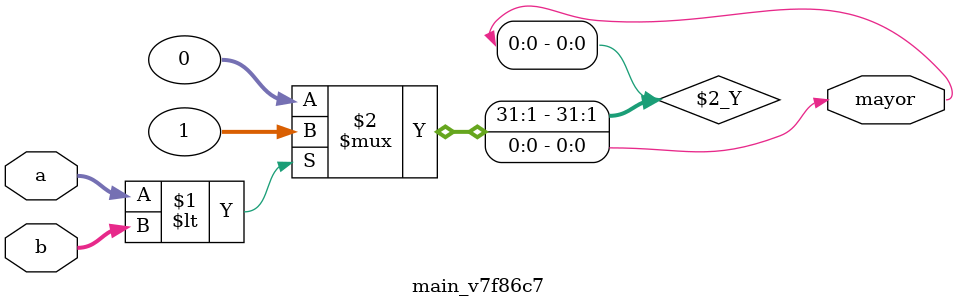
<source format=v>

`default_nettype none

module main #(
 parameter v32e9a6 = 10
) (
 input v1d2392,
 input vclk,
 output v5a1109,
 output [7:0] v14d57c
);
 localparam p3 = v32e9a6;
 wire w0;
 wire w1;
 wire w2;
 wire [0:7] w4;
 wire [0:7] w5;
 wire [0:7] w6;
 wire [0:7] w7;
 wire w8;
 wire [0:7] w9;
 wire [0:7] w10;
 wire w11;
 wire [0:7] w12;
 wire w13;
 wire w14;
 assign w1 = v1d2392;
 assign v5a1109 = w11;
 assign v14d57c = w12;
 assign w13 = vclk;
 assign w14 = vclk;
 assign w6 = w4;
 assign w7 = w5;
 assign w9 = w4;
 assign w9 = w6;
 assign w10 = w5;
 assign w10 = w7;
 assign w12 = w4;
 assign w12 = w6;
 assign w12 = w9;
 assign w14 = w13;
 vd014cb vc2a7eb (
  .vdd729a(w0),
  .v7c533e(w2),
  .vb86fe4(w4)
 );
 ve2b856 vf0396e (
  .v64879c(w0),
  .vd9601b(w1),
  .vbbbce8(w13)
 );
 v725b7e vec807d (
  .v9fb85f(w2)
 );
 v5ad97e #(
  .vc5c8ea(p3)
 ) v1d13a8 (
  .v26dbdb(w5)
 );
 vdd6776 v5bea05 (
  .vd79d4f(w4),
  .vde8111(w5)
 );
 v96b879 v1eecbb (
  .v6b9589(w8),
  .v33d7dd(w9),
  .vbcbf2f(w10)
 );
 main_v7f86c7 v7f86c7 (
  .a(w6),
  .b(w7),
  .mayor(w8)
 );
 v18248a ve8c5af (
  .v701899(w11),
  .vfe5d87(w14)
 );
endmodule

/*-------------------------------------------------*/
/*--   */
/*-- - - - - - - - - - - - - - - - - - - - - - - --*/
/*-- 
/*-------------------------------------------------*/
//---- Top entity
module vd014cb #(
 parameter v5e4a03 = 256
) (
 input vdd729a,
 input ve61673,
 input v7c533e,
 output [7:0] vb86fe4,
 output v712cd1
);
 localparam p1 = v5e4a03;
 wire w0;
 wire w2;
 wire w3;
 wire w4;
 wire [0:7] w5;
 assign w0 = ve61673;
 assign w2 = v7c533e;
 assign w3 = vdd729a;
 assign v712cd1 = w4;
 assign vb86fe4 = w5;
 vd014cb_vbd6086 #(
  .M(p1)
 ) vbd6086 (
  .rst(w0),
  .cnt(w2),
  .clk(w3),
  .ov(w4),
  .q(w5)
 );
endmodule

/*-------------------------------------------------*/
/*-- Contador-8bits-up-rst  */
/*-- - - - - - - - - - - - - - - - - - - - - - - --*/
/*-- Contador módulo M, ascendente, de 8 bits, con reset 
/*-------------------------------------------------*/

module vd014cb_vbd6086 #(
 parameter M = 0
) (
 input clk,
 input rst,
 input cnt,
 output [7:0] q,
 output ov
);
 //-- Numero de bits del contador
 localparam N = 8; 
 
 //-- En contadores de N bits:
 //-- M = 2 ** N
 
 //-- Internamente usamos un bit mas
 //-- (N+1) bits
 reg [N:0] qi = 0;
 
 always @(posedge clk)
   if (rst | ov)
     qi <= 0;
   else
     if (cnt)
       qi <= qi + 1;
       
 assign q = qi;
 
 //-- Comprobar overflow
 assign ov = (qi == M);
     
endmodule
//---- Top entity
module ve2b856 (
 input vbbbce8,
 input vd9601b,
 output v64879c
);
 wire w0;
 wire w1;
 wire w2;
 assign w0 = vd9601b;
 assign v64879c = w1;
 assign w2 = vbbbce8;
 ve2b856_v297cb2 v297cb2 (
  .d(w0),
  .tic(w1),
  .clk(w2)
 );
endmodule

/*-------------------------------------------------*/
/*-- Pulsador-tic  */
/*-- - - - - - - - - - - - - - - - - - - - - - - --*/
/*-- Detección de pulsación. Emite un tic cada vez que se aprieta el pulsador
/*-------------------------------------------------*/

module ve2b856_v297cb2 (
 input clk,
 input d,
 output tic
);
 // Sincronizacion. Evitar 
 // problema de la metaestabilidad
 
 reg d2;
 reg r_in;
 
 always @(posedge clk)
  d2 <= d;
  
 always @(posedge clk)
   r_in <= d2;
 
 
 //-- Debouncer Circuit
 //-- It produces a stable output when the
 //-- input signal is bouncing
 
 reg btn_prev = 0;
 reg btn_out_r = 0;
 
 reg [16:0] counter = 0;
 
 
 always @(posedge clk) begin
 
   //-- If btn_prev and btn_in are differents
   if (btn_prev ^ r_in == 1'b1) begin
     
       //-- Reset the counter
       counter <= 0;
       
       //-- Capture the button status
       btn_prev <= r_in;
   end
     
   //-- If no timeout, increase the counter
   else if (counter[16] == 1'b0)
       counter <= counter + 1;
       
   else
     //-- Set the output to the stable value
     btn_out_r <= btn_prev;
 
 end
 
 //-- Generar tic en flanco de subida del boton
 reg old;
 
 always @(posedge clk)
   old <= btn_out_r;
   
 assign tic = !old & btn_out_r;
 
 
 
 
endmodule
//---- Top entity
module v725b7e (
 output v9fb85f
);
 wire w0;
 assign v9fb85f = w0;
 v725b7e_vb2eccd vb2eccd (
  .q(w0)
 );
endmodule

/*-------------------------------------------------*/
/*-- 1  */
/*-- - - - - - - - - - - - - - - - - - - - - - - --*/
/*-- Un bit constante a 1
/*-------------------------------------------------*/

module v725b7e_vb2eccd (
 output q
);
 //-- Bit constante a 1
 assign q = 1'b1;
 
 
endmodule
//---- Top entity
module v5ad97e #(
 parameter vc5c8ea = 0
) (
 output [7:0] v26dbdb
);
 localparam p0 = vc5c8ea;
 wire [0:7] w1;
 assign v26dbdb = w1;
 v5ad97e_v465065 #(
  .VALUE(p0)
 ) v465065 (
  .k(w1)
 );
endmodule

/*-------------------------------------------------*/
/*-- Constante-8bits  */
/*-- - - - - - - - - - - - - - - - - - - - - - - --*/
/*-- Valor genérico constante, de 8 bits. Su valor se introduce como parámetro. Por defecto vale 0
/*-------------------------------------------------*/

module v5ad97e_v465065 #(
 parameter VALUE = 0
) (
 output [7:0] k
);
 assign k = VALUE;
endmodule
//---- Top entity
module vdd6776 (
 input [7:0] vd79d4f,
 input [7:0] vde8111,
 output ve259b1,
 output [7:0] v626df7
);
 wire [0:7] w0;
 wire [0:7] w1;
 wire w2;
 wire [0:7] w3;
 wire w4;
 assign w0 = vd79d4f;
 assign w1 = vde8111;
 assign v626df7 = w3;
 assign ve259b1 = w4;
 v2e17d8 v1ff3ab (
  .vd79d4f(w0),
  .vde8111(w1),
  .v3582e1(w2),
  .v626df7(w3),
  .ve259b1(w4)
 );
 v21cfcc v4575e8 (
  .v9fb85f(w2)
 );
endmodule

/*-------------------------------------------------*/
/*-- Sumador-8bits  */
/*-- - - - - - - - - - - - - - - - - - - - - - - --*/
/*-- Sumador de 8 bits con acarreo de salida
/*-------------------------------------------------*/
//---- Top entity
module v2e17d8 (
 input [7:0] vd79d4f,
 input [7:0] vde8111,
 input v3582e1,
 output ve259b1,
 output [7:0] v626df7
);
 wire [0:7] w0;
 wire [0:7] w1;
 wire [0:7] w2;
 wire [0:3] w3;
 wire [0:3] w4;
 wire [0:3] w5;
 wire [0:3] w6;
 wire w7;
 wire [0:3] w8;
 wire w9;
 wire w10;
 wire [0:3] w11;
 assign v626df7 = w0;
 assign w1 = vd79d4f;
 assign w2 = vde8111;
 assign w7 = v3582e1;
 assign ve259b1 = w10;
 v4856f5 v4acdd9 (
  .vb226fb(w0),
  .v0064b3(w3),
  .vbb1f02(w8)
 );
 vdeb8ad v141b01 (
  .v3d06d6(w1),
  .va80ecf(w4),
  .vd47139(w11)
 );
 vdeb8ad v8b1fae (
  .v3d06d6(w2),
  .va80ecf(w5),
  .vd47139(w6)
 );
 v1ceeb3 v91f882 (
  .v504ed5(w3),
  .v39c767(w4),
  .v40c2be(w5),
  .v3582e1(w9),
  .ve259b1(w10)
 );
 v1ceeb3 v26bef4 (
  .v40c2be(w6),
  .v3582e1(w7),
  .v504ed5(w8),
  .ve259b1(w9),
  .v39c767(w11)
 );
endmodule

/*-------------------------------------------------*/
/*-- Sumador-8bits-cin  */
/*-- - - - - - - - - - - - - - - - - - - - - - - --*/
/*-- Sumador de 8 bits con acarreo de salida y de entrada
/*-------------------------------------------------*/
//---- Top entity
module v4856f5 (
 input [3:0] v0064b3,
 input [3:0] vbb1f02,
 output [7:0] vb226fb
);
 wire [0:3] w0;
 wire [0:3] w1;
 wire [0:7] w2;
 assign w0 = v0064b3;
 assign w1 = vbb1f02;
 assign vb226fb = w2;
 v4856f5_v89b409 v89b409 (
  .i1(w0),
  .i0(w1),
  .o(w2)
 );
endmodule

/*-------------------------------------------------*/
/*-- Join-2  */
/*-- - - - - - - - - - - - - - - - - - - - - - - --*/
/*-- Agregador de 2 buses de 4 a bus de 8bits
/*-------------------------------------------------*/

module v4856f5_v89b409 (
 input [3:0] i1,
 input [3:0] i0,
 output [7:0] o
);
 assign o = {i1,i0};
 
 
endmodule
//---- Top entity
module vdeb8ad (
 input [7:0] v3d06d6,
 output [3:0] va80ecf,
 output [3:0] vd47139
);
 wire [0:7] w0;
 wire [0:3] w1;
 wire [0:3] w2;
 assign w0 = v3d06d6;
 assign va80ecf = w1;
 assign vd47139 = w2;
 vdeb8ad_v89b409 v89b409 (
  .i(w0),
  .o1(w1),
  .o0(w2)
 );
endmodule

/*-------------------------------------------------*/
/*-- Split-2  */
/*-- - - - - - - - - - - - - - - - - - - - - - - --*/
/*-- Separador de bus de 8bits en 2 (4 + 4)
/*-------------------------------------------------*/

module vdeb8ad_v89b409 (
 input [7:0] i,
 output [3:0] o1,
 output [3:0] o0
);
 assign {o1,o0} = i;
 
 
endmodule
//---- Top entity
module v1ceeb3 (
 input [3:0] v39c767,
 input [3:0] v40c2be,
 input v3582e1,
 output ve259b1,
 output [3:0] v504ed5
);
 wire [0:3] w0;
 wire [0:3] w1;
 wire [0:3] w2;
 wire [0:1] w3;
 wire [0:1] w4;
 wire [0:1] w5;
 wire w6;
 wire [0:1] w7;
 wire [0:1] w8;
 wire w9;
 wire w10;
 wire [0:1] w11;
 assign v504ed5 = w0;
 assign w1 = v39c767;
 assign w2 = v40c2be;
 assign w9 = v3582e1;
 assign ve259b1 = w10;
 v4ecca6 v18a070 (
  .v21a753(w1),
  .v9e4a4a(w5),
  .vf24fb3(w7)
 );
 v4ecca6 v4d4f5f (
  .v21a753(w2),
  .v9e4a4a(w4),
  .vf24fb3(w8)
 );
 v42d6b1 v9c756d (
  .vadf1ad(w0),
  .vd1b8eb(w3),
  .v0e5c05(w11)
 );
 v90f305 v771b43 (
  .vd1dd06(w3),
  .v9f023c(w4),
  .v40d3be(w5),
  .v3582e1(w6),
  .ve259b1(w10)
 );
 v90f305 ve46001 (
  .ve259b1(w6),
  .v40d3be(w7),
  .v9f023c(w8),
  .v3582e1(w9),
  .vd1dd06(w11)
 );
endmodule

/*-------------------------------------------------*/
/*-- Sumador-4bits-cin  */
/*-- - - - - - - - - - - - - - - - - - - - - - - --*/
/*-- Sumador de 4 bits con acarreo de salida y de entrada
/*-------------------------------------------------*/
//---- Top entity
module v4ecca6 (
 input [3:0] v21a753,
 output [1:0] v9e4a4a,
 output [1:0] vf24fb3
);
 wire [0:3] w0;
 wire [0:1] w1;
 wire [0:1] w2;
 assign w0 = v21a753;
 assign v9e4a4a = w1;
 assign vf24fb3 = w2;
 v4ecca6_v89b409 v89b409 (
  .i(w0),
  .o1(w1),
  .o0(w2)
 );
endmodule

/*-------------------------------------------------*/
/*-- Split-2-2  */
/*-- - - - - - - - - - - - - - - - - - - - - - - --*/
/*-- Separador de bus de 4bits en 2 (2 + 2)
/*-------------------------------------------------*/

module v4ecca6_v89b409 (
 input [3:0] i,
 output [1:0] o1,
 output [1:0] o0
);
 assign {o1,o0} = i;
 
 
endmodule
//---- Top entity
module v42d6b1 (
 input [1:0] vd1b8eb,
 input [1:0] v0e5c05,
 output [3:0] vadf1ad
);
 wire [0:1] w0;
 wire [0:1] w1;
 wire [0:3] w2;
 assign w0 = vd1b8eb;
 assign w1 = v0e5c05;
 assign vadf1ad = w2;
 v42d6b1_v89b409 v89b409 (
  .i1(w0),
  .i0(w1),
  .o(w2)
 );
endmodule

/*-------------------------------------------------*/
/*-- Join2-2  */
/*-- - - - - - - - - - - - - - - - - - - - - - - --*/
/*-- Agregador de 2 buses (2+2)  a bus de 4bits
/*-------------------------------------------------*/

module v42d6b1_v89b409 (
 input [1:0] i1,
 input [1:0] i0,
 output [3:0] o
);
 assign o = {i1,i0};
 
 
endmodule
//---- Top entity
module v90f305 (
 input [1:0] v40d3be,
 input [1:0] v9f023c,
 input v3582e1,
 output ve259b1,
 output [1:0] vd1dd06
);
 wire w0;
 wire w1;
 wire w2;
 wire [0:1] w3;
 wire w4;
 wire w5;
 wire [0:1] w6;
 wire w7;
 wire w8;
 wire [0:1] w9;
 wire w10;
 wire w11;
 assign w0 = v3582e1;
 assign ve259b1 = w1;
 assign w3 = v40d3be;
 assign w6 = v9f023c;
 assign vd1dd06 = w9;
 vaf0ab1 vd698f6 (
  .v45b85e(w0),
  .v3fb1ac(w2),
  .v3a02f3(w5),
  .v6fe456(w8),
  .v8da78a(w11)
 );
 vaf0ab1 v877678 (
  .v3fb1ac(w1),
  .v45b85e(w2),
  .v3a02f3(w4),
  .v6fe456(w7),
  .v8da78a(w10)
 );
 v28a281 v03d607 (
  .vc9d8af(w3),
  .v26347c(w4),
  .vc266df(w5)
 );
 v28a281 v07fe38 (
  .vc9d8af(w6),
  .v26347c(w7),
  .vc266df(w8)
 );
 vc67fda v80475d (
  .v16058a(w9),
  .v29d743(w10),
  .v4d8fdf(w11)
 );
endmodule

/*-------------------------------------------------*/
/*-- Sumador-2bits-cin  */
/*-- - - - - - - - - - - - - - - - - - - - - - - --*/
/*-- Sumador de 2 bits con acarreo de salida y de entrada
/*-------------------------------------------------*/
//---- Top entity
module vaf0ab1 (
 input v3a02f3,
 input v6fe456,
 input v45b85e,
 output v3fb1ac,
 output v8da78a
);
 wire w0;
 wire w1;
 wire w2;
 wire w3;
 wire w4;
 wire w5;
 wire w6;
 wire w7;
 assign v3fb1ac = w0;
 assign w2 = v45b85e;
 assign v8da78a = w3;
 assign w6 = v3a02f3;
 assign w7 = v6fe456;
 v493ea8 va64435 (
  .vcbab45(w0),
  .v3ca442(w1),
  .v0e28cb(w5)
 );
 v2177b1 v02bbca (
  .v8aaf0c(w1),
  .vd24b39(w2),
  .v274c0e(w3),
  .v48c82f(w4)
 );
 v2177b1 v9689e2 (
  .v274c0e(w4),
  .v8aaf0c(w5),
  .v48c82f(w6),
  .vd24b39(w7)
 );
endmodule

/*-------------------------------------------------*/
/*-- Sumador-1bit  */
/*-- - - - - - - - - - - - - - - - - - - - - - - --*/
/*-- Sumador de 1bit, con arraceo de entrada y salida
/*-------------------------------------------------*/
//---- Top entity
module v493ea8 (
 input v0e28cb,
 input v3ca442,
 output vcbab45
);
 wire w0;
 wire w1;
 wire w2;
 wire w3;
 wire w4;
 assign w0 = v0e28cb;
 assign w1 = v3ca442;
 assign vcbab45 = w2;
 v0ec077 v1a413a (
  .v4b5bc2(w0),
  .v25ee73(w3)
 );
 v0ec077 v6168dd (
  .v4b5bc2(w1),
  .v25ee73(w4)
 );
 v4b9553 vdb792a (
  .vcbab45(w2),
  .v0e28cb(w3),
  .v3ca442(w4)
 );
endmodule

/*-------------------------------------------------*/
/*-- OR  */
/*-- - - - - - - - - - - - - - - - - - - - - - - --*/
/*-- Puerta OR
/*-------------------------------------------------*/
//---- Top entity
module v0ec077 (
 input v4b5bc2,
 output v25ee73
);
 wire w0;
 wire w1;
 wire w2;
 assign v25ee73 = w0;
 assign w1 = v4b5bc2;
 assign w2 = v4b5bc2;
 assign w2 = w1;
 v4b9553 vdf6feb (
  .vcbab45(w0),
  .v0e28cb(w1),
  .v3ca442(w2)
 );
endmodule

/*-------------------------------------------------*/
/*-- Puerta-not  */
/*-- - - - - - - - - - - - - - - - - - - - - - - --*/
/*-- Puerta NOT
/*-------------------------------------------------*/
//---- Top entity
module v4b9553 (
 input v0e28cb,
 input v3ca442,
 output vcbab45
);
 wire w0;
 wire w1;
 wire w2;
 assign w0 = v0e28cb;
 assign w1 = v3ca442;
 assign vcbab45 = w2;
 v4b9553_vf4938a vf4938a (
  .a(w0),
  .b(w1),
  .c(w2)
 );
 v44391c vf4114c (
 
 );
 v44391c vec8c80 (
 
 );
endmodule

/*-------------------------------------------------*/
/*-- NAND  */
/*-- - - - - - - - - - - - - - - - - - - - - - - --*/
/*-- NAND logic gate
/*-------------------------------------------------*/

module v4b9553_vf4938a (
 input a,
 input b,
 output c
);
 // NAND logic gate
 
 assign c = ~(a & b);
endmodule
//---- Top entity
module v44391c
;
 v74d69b v949c82 (
 
 );
 v74d69b ve0f5c7 (
 
 );
endmodule

/*-------------------------------------------------*/
/*-- Transistor-mosfet  */
/*-- - - - - - - - - - - - - - - - - - - - - - - --*/
/*-- Transistor
/*-------------------------------------------------*/
//---- Top entity
module v74d69b
;
 vef9670 vdb7477 (
 
 );
 vef9670 v826842 (
 
 );
 vef9670 vdc9b55 (
 
 );
 vef9670 vea688b (
 
 );
endmodule

/*-------------------------------------------------*/
/*-- semiconductores  */
/*-- - - - - - - - - - - - - - - - - - - - - - - --*/
/*-- Transistor cmos hecho a partir de semiconductores
/*-------------------------------------------------*/
//---- Top entity
module vef9670
;
 v8450b0 vd09707 (
 
 );
 v8450b0 v38def6 (
 
 );
 v8450b0 v0c6e31 (
 
 );
 v8450b0 v3071e7 (
 
 );
 v8450b0 vca3873 (
 
 );
endmodule

/*-------------------------------------------------*/
/*-- Cristal-si  */
/*-- - - - - - - - - - - - - - - - - - - - - - - --*/
/*-- Cristal de Siicio
/*-------------------------------------------------*/
//---- Top entity
module v8450b0
;

endmodule

/*-------------------------------------------------*/
/*-- Atomo-si  */
/*-- - - - - - - - - - - - - - - - - - - - - - - --*/
/*-- Atomos de silicio
/*-------------------------------------------------*/
//---- Top entity
module v2177b1 (
 input v48c82f,
 input vd24b39,
 output v8aaf0c,
 output v274c0e
);
 wire w0;
 wire w1;
 wire w2;
 wire w3;
 wire w4;
 wire w5;
 assign v8aaf0c = w0;
 assign w1 = v48c82f;
 assign w2 = vd24b39;
 assign v274c0e = w3;
 assign w4 = vd24b39;
 assign w5 = v48c82f;
 assign w4 = w2;
 assign w5 = w1;
 v91abf1 v9da6eb (
  .v09a613(w0),
  .v695853(w1),
  .vcdeb69(w2)
 );
 v3dfc1e v5fe03f (
  .vcbab45(w3),
  .v3ca442(w4),
  .v0e28cb(w5)
 );
endmodule

/*-------------------------------------------------*/
/*-- Semi-sumador  */
/*-- - - - - - - - - - - - - - - - - - - - - - - --*/
/*-- Semisumador. 2 bits de entrada, saca la suma (S) y el acarreo (C)
/*-------------------------------------------------*/
//---- Top entity
module v91abf1 (
 input v695853,
 input vcdeb69,
 output v09a613
);
 wire w0;
 wire w1;
 wire w2;
 wire w3;
 assign v09a613 = w0;
 assign w2 = v695853;
 assign w3 = vcdeb69;
 v4b9553 v3d9ac5 (
  .vcbab45(w1),
  .v0e28cb(w2),
  .v3ca442(w3)
 );
 v0ec077 vfc842e (
  .v25ee73(w0),
  .v4b5bc2(w1)
 );
endmodule

/*-------------------------------------------------*/
/*-- Puerta-AND  */
/*-- - - - - - - - - - - - - - - - - - - - - - - --*/
/*-- Puerta AND
/*-------------------------------------------------*/
//---- Top entity
module v3dfc1e (
 input v0e28cb,
 input v3ca442,
 output vcbab45
);
 wire w0;
 wire w1;
 wire w2;
 wire w3;
 wire w4;
 wire w5;
 wire w6;
 wire w7;
 wire w8;
 assign vcbab45 = w0;
 assign w1 = v0e28cb;
 assign w2 = v3ca442;
 assign w4 = v3ca442;
 assign w8 = v0e28cb;
 assign w4 = w2;
 assign w8 = w1;
 v4b9553 vc87175 (
  .vcbab45(w0),
  .v0e28cb(w5),
  .v3ca442(w6)
 );
 v0ec077 v3ca685 (
  .v4b5bc2(w1),
  .v25ee73(w3)
 );
 v0ec077 vc544fc (
  .v4b5bc2(w2),
  .v25ee73(w7)
 );
 v4b9553 v17c8f6 (
  .v0e28cb(w3),
  .v3ca442(w4),
  .vcbab45(w5)
 );
 v4b9553 v3e587c (
  .vcbab45(w6),
  .v3ca442(w7),
  .v0e28cb(w8)
 );
endmodule

/*-------------------------------------------------*/
/*-- XOR  */
/*-- - - - - - - - - - - - - - - - - - - - - - - --*/
/*-- XOR logic gate
/*-------------------------------------------------*/
//---- Top entity
module v28a281 (
 input [1:0] vc9d8af,
 output v26347c,
 output vc266df
);
 wire [0:1] w0;
 wire w1;
 wire w2;
 assign w0 = vc9d8af;
 assign v26347c = w1;
 assign vc266df = w2;
 v28a281_v89b409 v89b409 (
  .i(w0),
  .o1(w1),
  .o0(w2)
 );
endmodule

/*-------------------------------------------------*/
/*-- Split2  */
/*-- - - - - - - - - - - - - - - - - - - - - - - --*/
/*-- Separador de bus de 2bits
/*-------------------------------------------------*/

module v28a281_v89b409 (
 input [1:0] i,
 output o1,
 output o0
);
 assign {o1,o0} = i;
 
 
endmodule
//---- Top entity
module vc67fda (
 input v29d743,
 input v4d8fdf,
 output [1:0] v16058a
);
 wire w0;
 wire w1;
 wire [0:1] w2;
 assign w0 = v29d743;
 assign w1 = v4d8fdf;
 assign v16058a = w2;
 vc67fda_v89b409 v89b409 (
  .i1(w0),
  .i0(w1),
  .o(w2)
 );
endmodule

/*-------------------------------------------------*/
/*-- Join2  */
/*-- - - - - - - - - - - - - - - - - - - - - - - --*/
/*-- Agregador de 2 cables a bus de 2bits
/*-------------------------------------------------*/

module vc67fda_v89b409 (
 input i1,
 input i0,
 output [1:0] o
);
 assign o = {i1,i0};
 
 
endmodule
//---- Top entity
module v21cfcc (
 output v9fb85f
);
 wire w0;
 assign v9fb85f = w0;
 v21cfcc_vb2eccd vb2eccd (
  .q(w0)
 );
endmodule

/*-------------------------------------------------*/
/*-- 0  */
/*-- - - - - - - - - - - - - - - - - - - - - - - --*/
/*-- Un bit constante a 0
/*-------------------------------------------------*/

module v21cfcc_vb2eccd (
 output q
);
 //-- Bit constante a 0
 assign q = 1'b0;
 
 
endmodule
//---- Top entity
module v96b879 (
 input [7:0] vbcbf2f,
 input [7:0] v33d7dd,
 input v6b9589,
 output [7:0] vd84de7
);
 wire w0;
 wire [0:7] w1;
 wire [0:7] w2;
 wire [0:3] w3;
 wire [0:3] w4;
 wire w5;
 wire [0:7] w6;
 wire [0:3] w7;
 wire [0:3] w8;
 wire [0:3] w9;
 wire [0:3] w10;
 assign w0 = v6b9589;
 assign w1 = vbcbf2f;
 assign vd84de7 = w2;
 assign w5 = v6b9589;
 assign w6 = v33d7dd;
 assign w5 = w0;
 vac7f49 va86eae (
  .v6b9589(w0),
  .v0a890f(w3),
  .v9295ac(w9),
  .v8fe749(w10)
 );
 vdeb8ad v4d3ae3 (
  .v3d06d6(w1),
  .vd47139(w8),
  .va80ecf(w10)
 );
 v4856f5 v37e231 (
  .vb226fb(w2),
  .v0064b3(w3),
  .vbb1f02(w4)
 );
 vac7f49 v177a18 (
  .v0a890f(w4),
  .v6b9589(w5),
  .v9295ac(w7),
  .v8fe749(w8)
 );
 vdeb8ad v66c17f (
  .v3d06d6(w6),
  .vd47139(w7),
  .va80ecf(w9)
 );
endmodule

/*-------------------------------------------------*/
/*-- Mux-2-1-7bits  */
/*-- - - - - - - - - - - - - - - - - - - - - - - --*/
/*-- Mux 2:1. Bus de 7 bits. 
/*-------------------------------------------------*/
//---- Top entity
module vac7f49 (
 input [3:0] v8fe749,
 input [3:0] v9295ac,
 input v6b9589,
 output [3:0] v0a890f
);
 wire [0:3] w0;
 wire [0:3] w1;
 wire [0:3] w2;
 wire w3;
 wire w4;
 wire w5;
 wire w6;
 wire w7;
 wire w8;
 wire w9;
 wire w10;
 wire w11;
 wire w12;
 wire w13;
 wire w14;
 wire w15;
 wire w16;
 wire w17;
 wire w18;
 assign v0a890f = w0;
 assign w1 = v8fe749;
 assign w2 = v9295ac;
 assign w7 = v6b9589;
 assign w8 = v6b9589;
 assign w9 = v6b9589;
 assign w10 = v6b9589;
 assign w8 = w7;
 assign w9 = w7;
 assign w9 = w8;
 assign w10 = w7;
 assign w10 = w8;
 assign w10 = w9;
 v6ac608 v1bec58 (
  .vadf1ad(w0),
  .v9623df(w3),
  .v574e61(w4),
  .v19712c(w5),
  .ve7fe79(w6)
 );
 v1d9ca5 v082be3 (
  .v21a753(w1),
  .v679115(w12),
  .v48eacb(w14),
  .v39a44e(w16),
  .vf89854(w18)
 );
 v1d9ca5 v2dfb4e (
  .v21a753(w2),
  .v679115(w11),
  .v48eacb(w13),
  .v39a44e(w15),
  .vf89854(w17)
 );
 va27ebf v8a3f12 (
  .vdcf411(w3),
  .v02803c(w10),
  .v240f0a(w17),
  .v7e3c7c(w18)
 );
 va27ebf vdc5c10 (
  .vdcf411(w6),
  .v02803c(w9),
  .v240f0a(w15),
  .v7e3c7c(w16)
 );
 va27ebf v1724df (
  .vdcf411(w4),
  .v02803c(w8),
  .v240f0a(w13),
  .v7e3c7c(w14)
 );
 va27ebf v8fa40f (
  .vdcf411(w5),
  .v02803c(w7),
  .v240f0a(w11),
  .v7e3c7c(w12)
 );
endmodule

/*-------------------------------------------------*/
/*-- Mux-2-1-4bits  */
/*-- - - - - - - - - - - - - - - - - - - - - - - --*/
/*-- Mux 2:1. Bus de 4 bits. 
/*-------------------------------------------------*/
//---- Top entity
module v6ac608 (
 input v9623df,
 input ve7fe79,
 input v574e61,
 input v19712c,
 output [3:0] vadf1ad
);
 wire [0:3] w0;
 wire w1;
 wire w2;
 wire w3;
 wire w4;
 assign vadf1ad = w0;
 assign w1 = v19712c;
 assign w2 = v574e61;
 assign w3 = ve7fe79;
 assign w4 = v9623df;
 v6ac608_v89b409 v89b409 (
  .o(w0),
  .i0(w1),
  .i1(w2),
  .i2(w3),
  .i3(w4)
 );
endmodule

/*-------------------------------------------------*/
/*-- Join-4  */
/*-- - - - - - - - - - - - - - - - - - - - - - - --*/
/*-- Agregador de 4 cables a bus de 4bits
/*-------------------------------------------------*/

module v6ac608_v89b409 (
 input i3,
 input i2,
 input i1,
 input i0,
 output [3:0] o
);
 assign o = {i3,i2,i1,i0};
 
 
endmodule
//---- Top entity
module v1d9ca5 (
 input [3:0] v21a753,
 output vf89854,
 output v39a44e,
 output v48eacb,
 output v679115
);
 wire [0:3] w0;
 wire w1;
 wire w2;
 wire w3;
 wire w4;
 assign w0 = v21a753;
 assign v679115 = w1;
 assign v48eacb = w2;
 assign v39a44e = w3;
 assign vf89854 = w4;
 v1d9ca5_v89b409 v89b409 (
  .i(w0),
  .o0(w1),
  .o1(w2),
  .o2(w3),
  .o3(w4)
 );
endmodule

/*-------------------------------------------------*/
/*-- Split4  */
/*-- - - - - - - - - - - - - - - - - - - - - - - --*/
/*-- Separador de bus de 4bits en 4 cables (1 + 1 + 1 + 1)
/*-------------------------------------------------*/

module v1d9ca5_v89b409 (
 input [3:0] i,
 output o3,
 output o2,
 output o1,
 output o0
);
 assign {o3,o2,o1,o0} = i;
 
 
endmodule
//---- Top entity
module va27ebf (
 input v7e3c7c,
 input v240f0a,
 input v02803c,
 output vdcf411
);
 wire w0;
 wire w1;
 wire w2;
 wire w3;
 wire w4;
 wire w5;
 wire w6;
 wire w7;
 assign vdcf411 = w0;
 assign w3 = v240f0a;
 assign w5 = v02803c;
 assign w6 = v7e3c7c;
 assign w7 = v02803c;
 assign w7 = w5;
 v493ea8 vc43974 (
  .vcbab45(w0),
  .v0e28cb(w1),
  .v3ca442(w2)
 );
 v91abf1 v2029a7 (
  .v09a613(w1),
  .v695853(w6),
  .vcdeb69(w7)
 );
 v0ec077 vee713b (
  .v25ee73(w4),
  .v4b5bc2(w5)
 );
 v91abf1 vcee616 (
  .v09a613(w2),
  .v695853(w3),
  .vcdeb69(w4)
 );
endmodule

/*-------------------------------------------------*/
/*-- Mux-2-1-1bit  */
/*-- - - - - - - - - - - - - - - - - - - - - - - --*/
/*-- Multiplexor 2:1 de 1-bit
/*-------------------------------------------------*/
//---- Top entity
module v18248a #(
 parameter v0d409b = 115200
) (
 input vfe5d87,
 input [31:0] v7bad30,
 input [31:0] vb9b0c2,
 input [31:0] vc3ebd5,
 input [31:0] v92e5d0,
 input [31:0] v6e8cfc,
 input [7:0] v77d9d9,
 input [7:0] v02e92e,
 input [7:0] vbccc9c,
 input [7:0] v4a83cd,
 output v701899,
 output v32bbed,
 output v86e947
);
 localparam p3 = v0d409b;
 wire [0:7] w0;
 wire w1;
 wire w2;
 wire w4;
 wire w5;
 wire w6;
 wire w7;
 wire w8;
 wire w9;
 wire w10;
 wire [0:31] w11;
 wire [0:31] w12;
 wire [0:31] w13;
 wire [0:31] w14;
 wire [0:31] w15;
 wire [0:31] w16;
 wire [0:31] w17;
 wire [0:31] w18;
 wire [0:31] w19;
 wire [0:31] w20;
 wire [0:7] w21;
 wire [0:7] w22;
 wire [0:7] w23;
 wire [0:7] w24;
 wire [0:7] w25;
 wire [0:7] w26;
 wire [0:7] w27;
 wire [0:7] w28;
 assign w5 = vfe5d87;
 assign w6 = vfe5d87;
 assign w7 = vfe5d87;
 assign v701899 = w8;
 assign v32bbed = w9;
 assign v86e947 = w10;
 assign w11 = v7bad30;
 assign w12 = v7bad30;
 assign w13 = vb9b0c2;
 assign w14 = vb9b0c2;
 assign w15 = vc3ebd5;
 assign w16 = vc3ebd5;
 assign w17 = v92e5d0;
 assign w18 = v92e5d0;
 assign w19 = v6e8cfc;
 assign w20 = v6e8cfc;
 assign w21 = v77d9d9;
 assign w22 = v77d9d9;
 assign w23 = v02e92e;
 assign w24 = v02e92e;
 assign w25 = vbccc9c;
 assign w26 = vbccc9c;
 assign w27 = v4a83cd;
 assign w28 = v4a83cd;
 assign w6 = w5;
 assign w7 = w5;
 assign w7 = w6;
 assign w12 = w11;
 assign w14 = w13;
 assign w16 = w15;
 assign w18 = w17;
 assign w20 = w19;
 assign w22 = w21;
 assign w24 = w23;
 assign w26 = w25;
 assign w28 = w27;
 v18248a_v227b5e v227b5e (
  .data_o(w0),
  .txmit_o(w1),
  .next(w2),
  .txmit(w4),
  .clk(w6),
  .busy(w9),
  .done(w10),
  .w0(w12),
  .w1(w14),
  .w2(w16),
  .w3(w18),
  .w4(w20),
  .b0(w22),
  .b1(w24),
  .b2(w26),
  .bb(w28)
 );
 vc6459c #(
  .ved2ada(p3)
 ) v093708 (
  .v19b8dd(w0),
  .v05e99b(w1),
  .v01321e(w2),
  .ve9a78f(w7),
  .v8caaa5(w8)
 );
 v18248a_vf883ff vf883ff (
  .out(w4),
  .clk(w5),
  .w0(w11),
  .w1(w13),
  .w2(w15),
  .w3(w17),
  .w4(w19),
  .b0(w21),
  .b1(w23),
  .b2(w25),
  .bb(w27)
 );
endmodule

/*-------------------------------------------------*/
/*--   */
/*-- - - - - - - - - - - - - - - - - - - - - - - --*/
/*-- 
/*-------------------------------------------------*/

module v18248a_v227b5e (
 input clk,
 input txmit,
 input next,
 input [31:0] w0,
 input [31:0] w1,
 input [31:0] w2,
 input [31:0] w3,
 input [31:0] w4,
 input [7:0] b0,
 input [7:0] b1,
 input [7:0] b2,
 input [7:0] bb,
 output [7:0] data_o,
 output txmit_o,
 output busy,
 output done
);
 reg state = 0;
 
 wire finish;
 
 always @(posedge clk)
   if (txmit)
     state <= 1'b1;
   else if (finish) 
     state <= 1'b0;
 
 //-- El estado es directamente la señal de busy    
 assign busy = state;
 
 //-- La señal de done se obtiene por el flanco 
 //-- de bajada en el estado
 
 reg q0 = 0;
 
 always @(posedge clk)
   q0 <= state;
   
 assign done = (q0 & ~state);
 
 //-- Tic inicial: En el arranque del transmisor
 //-- Flanco de subida en el estado
 wire tic_start = (~q0 & state);  
 
 
 //-- Transmision de un byte: en el tic de start y en el tic de next  
 //-- siempre y cuano el transmisor esté habilitado
 assign txmit_o = (tic_start | tic_next) & state;
 
 //-- Cable que contiene el tic siguiente. Se obtiene retrasando dos
 //-- ciclos la señal next
 wire tic_next = q2;
 
 reg q1 = 0;
 reg q2 = 0;
 
 always @(posedge clk) begin
   q1 <= next;
   q2 <= q1;
 end
   
 reg[4:0] nbyte = 0;
 
 reg[7:0] out = 0;
 //--- El dato a enviar se obtiene seleccionando el byte alto o  
 //-- el bajo
 always @*
     case (nbyte)
         0: out <= (^w0 === 1'bX) ? 8'b0 : w0[31:24];
         1: out <= (^w0 === 1'bX) ? 8'b0 : w0[23:16];
         2: out <= (^w0 === 1'bX) ? 8'b0 : w0[15:8];
         3: out <= (^w0 === 1'bX) ? 8'b0 : w0[7:0];
         4: out <= (^w1 === 1'bX) ? 8'b0 : w1[31:24];
         5: out <= (^w1 === 1'bX) ? 8'b0 : w1[23:16];
         6: out <= (^w1 === 1'bX) ? 8'b0 : w1[15:8];
         7: out <= (^w1 === 1'bX) ? 8'b0 : w1[7:0];
         8: out <= (^w2 === 1'bX) ? 8'b0 : w2[31:24];
         9: out <= (^w2 === 1'bX) ? 8'b0 : w2[23:16];
         10: out <= (^w2 === 1'bX) ? 8'b0 : w2[15:8];
         11: out <= (^w2 === 1'bX) ? 8'b0 : w2[7:0];
         12: out <= (^w3 === 1'bX) ? 8'b0 : w3[31:24];
         13: out <= (^w3 === 1'bX) ? 8'b0 : w3[23:16];
         14: out <= (^w3 === 1'bX) ? 8'b0 : w3[15:8];
         15: out <= (^w3 === 1'bX) ? 8'b0 : w3[7:0];
         16: out <= (^w4 === 1'bX) ? 8'b0 : w4[31:24];
         17: out <= (^w4 === 1'bX) ? 8'b0 : w4[23:16];
         18: out <= (^w4 === 1'bX) ? 8'b0 : w4[15:8];
         19: out <= (^w4 === 1'bX) ? 8'b0 : w4[7:0];
         20: out <= (^b0 === 1'bX) ? 8'b0 : b0;
         21: out <= (^b1 === 1'bX) ? 8'b0 : b1;
         22: out <= (^b2 === 1'bX) ? 8'b0 : b2;
         23: out <= (^bb === 1'bX) ? 8'b0 : bb;
     endcase
 
 assign data_o = out;
 
 //-- Biestable T que indica el byte a enviar
 //-- Inicialmente vale 1 (alto)
 
 always @(posedge clk)
   if (next)
     nbyte <= nbyte+1;
   else if (finish)
     nbyte <= 0;
 
 //-- Un flanco de subida en nbyte indica que se ha enviado el último
 //-- byte
 
 reg q3 = 0;
 
 always @(posedge clk)
   q3 <= nbyte[4] & nbyte[3];
   
 assign finish = (~q3 & nbyte[4] & nbyte[3]);  
 
 
 
 
 
 
 
endmodule

module v18248a_vf883ff (
 input clk,
 input [31:0] w0,
 input [31:0] w1,
 input [31:0] w2,
 input [31:0] w3,
 input [31:0] w4,
 input [7:0] b0,
 input [7:0] b1,
 input [7:0] b2,
 input [7:0] bb,
 output out
);
 reg[31:0] rw0;
 reg[31:0] rw1;
 reg[31:0] rw2;
 reg[31:0] rw3;
 reg[31:0] rw4;
 reg[7:0] rb0;
 reg[7:0] rb1;
 reg[7:0] rb2;
 reg[7:0] rbb;
 reg o;
 
 always @(posedge clk)
 begin
     rw0 <= w0;
     rw1 <= w1;
     rw2 <= w2;
     rw3 <= w3;
     rw4 <= w4;
     rb0 <= b0;
     rb1 <= b1;
     rb2 <= b2;
     rbb <= bb;
 end
 
 always @(w0, w1, w2, w3, w4, b0, b1, b2, bb)   
 if (rw0 != w0 || rw1 != w1 || rw2 != w2 || rw3 != w3 || rw4 != w4 || rb0 != b0 || rb1 != b1 || rb2 != b2 || rbb != bb)
     o <= 1;
 else
     o <= 0;
     
 assign out = o;
endmodule
//---- Top entity
module vc6459c #(
 parameter ved2ada = 115200
) (
 input ve9a78f,
 input [7:0] v19b8dd,
 input v05e99b,
 output v8caaa5,
 output v2da441,
 output v01321e
);
 localparam p1 = ved2ada;
 wire w0;
 wire w2;
 wire [0:7] w3;
 wire w4;
 wire w5;
 wire w6;
 assign v8caaa5 = w0;
 assign w2 = ve9a78f;
 assign w3 = v19b8dd;
 assign w4 = v05e99b;
 assign v2da441 = w5;
 assign v01321e = w6;
 vc6459c_vedebcc #(
  .BAUD(p1)
 ) vedebcc (
  .TX(w0),
  .clk(w2),
  .data(w3),
  .txmit(w4),
  .busy(w5),
  .done(w6)
 );
endmodule

/*-------------------------------------------------*/
/*-- Serial-tx  */
/*-- - - - - - - - - - - - - - - - - - - - - - - --*/
/*-- Transmisor serie
/*-------------------------------------------------*/

module vc6459c_vedebcc #(
 parameter BAUD = 0
) (
 input clk,
 input [7:0] data,
 input txmit,
 output TX,
 output busy,
 output done
);
 //-- Constantes para obtener las velocidades estándares
 `define B115200 104 
 `define B57600  208
 `define B38400  313
 `define B19200  625
 `define B9600   1250
 `define B4800   2500
 `define B2400   5000
 `define B1200   10000
 `define B600    20000
 `define B300    40000
 
 //-- Constante para calcular los baudios
 localparam BAUDRATE = (BAUD==115200) ? `B115200 : //-- OK
                       (BAUD==57600)  ? `B57600  : //-- OK
                       (BAUD==38400)  ? `B38400  : //-- Ok
                       (BAUD==19200)  ? `B19200  : //-- OK
                       (BAUD==9600)   ? `B9600   : //-- OK
                       (BAUD==4800)   ? `B4800   : //-- OK 
                       (BAUD==2400)   ? `B2400   : //-- OK
                       (BAUD==1200)   ? `B1200   : //-- OK
                       (BAUD==600)    ? `B600    : //-- OK
                       (BAUD==300)    ? `B300    : //-- OK
                       `B115200 ;  //-- Por defecto 115200 baudios
 
 
 //---- GENERADOR DE BAUDIOS
 
 //-- Calcular el numero dde bits para almacenar el divisor
 localparam N = $clog2(BAUDRATE);
 
 //-- Contador para implementar el divisor
 //-- Es un contador modulo BAUDRATE
 reg [N-1:0] divcounter = 0;
 
 //-- Cable de reset para el contador
 //-- Comparador que resetea el contador cuando se alcanza el tope
 //-- o cuando el estado del biestable es 0 (apagado)
 wire reset = ov_gen | (state == 0);
 
 //-- Contador con reset
 always @(posedge clk)
   if (reset)
     divcounter <= 0;
   else
     divcounter <= divcounter + 1;
 
 //-- Hemos llegado al final
 wire ov_gen = (divcounter == BAUDRATE-1);
 
 
 
 //-- REGISTRO DESPLAZAMIENTO
 
 //-- Salida serie. Inicialmete a 1 (reposo) 
 reg TX = 1;
 
 //-- Registro de desplazamiento de 9 bits
 //-- Inicializado todo a 1s
 reg [8:0] q = 9'h1FF;
 
 //-- La entrada de shift es la salida del generador de baudios
 wire shift = ov_gen;
 
 always @(posedge clk)
   if (txmit_tic)
   //-- Carga del registro
     q <= {data, 1'b0};
     
   else if (shift)
     //-- Desplazamiento. Rellenar con 1 (bit de stop)
     q <= {1'b1, q[8:1]};
     
 //-- Sacar el bit de menor peso por serial-out    
 wire so;
 assign so = q[0];
 
 //-- La salida tx la registramos
 always @(posedge clk)
   TX <= so;
   
 //-- La señal de entrada txmit se pasa por un 
 //-- detector de flancos de subida para generar un tic
 reg q_re = 0;
 wire txmit_tic;
 
 always @(posedge clk)
   q_re <= txmit;
   
 assign txmit_tic = (~q_re & txmit);  
 
 
 
 //-- Estado de transmisor
 //-- 0: Parado
 //-- 1: Ocupado (transmitiendo)
 reg state = 0;
   
 always @(posedge clk)
   //-- Empieza la transmision: ocupado
   if (txmit)
     state <= 1'b1;
     
   //-- Acaba la transmision: libre    
   else if (ov)
     state <= 1'b0;
 
 //-- Contador de bits enviados
 reg [3:0] bits = 0;
 always @(posedge clk)
   //-- Si la cuenta ha terminado... volver a 0
   if (ov)
     bits <= 2'b00;
   else
     if (shift)
       bits <= bits + 1;
 
 //-- Comprobar si se ha transmitido el último bit (overflow)
 //-- 1 bit de start + 8 bits de datos + 1 bit de stop
 wire ov = (bits == 10);
 
 //-- La señal de ocupado es el estado del transmisor
 assign busy = state;
 
 //-- La señal de done es la de overflow pero retrasada un
 //-- periodo de reloj del sistema y que el biestable 
 //-- llegue al estado de parado antes de que se 
 //-- empiece otra transmision
 
 reg done=0;
 
 always @(posedge clk)
   done <= ov;
 
endmodule

module main_v7f86c7 (
 input [7:0] a,
 input [7:0] b,
 output mayor
);
 assign mayor = (a < b) ? 1 : 0;
endmodule

</source>
